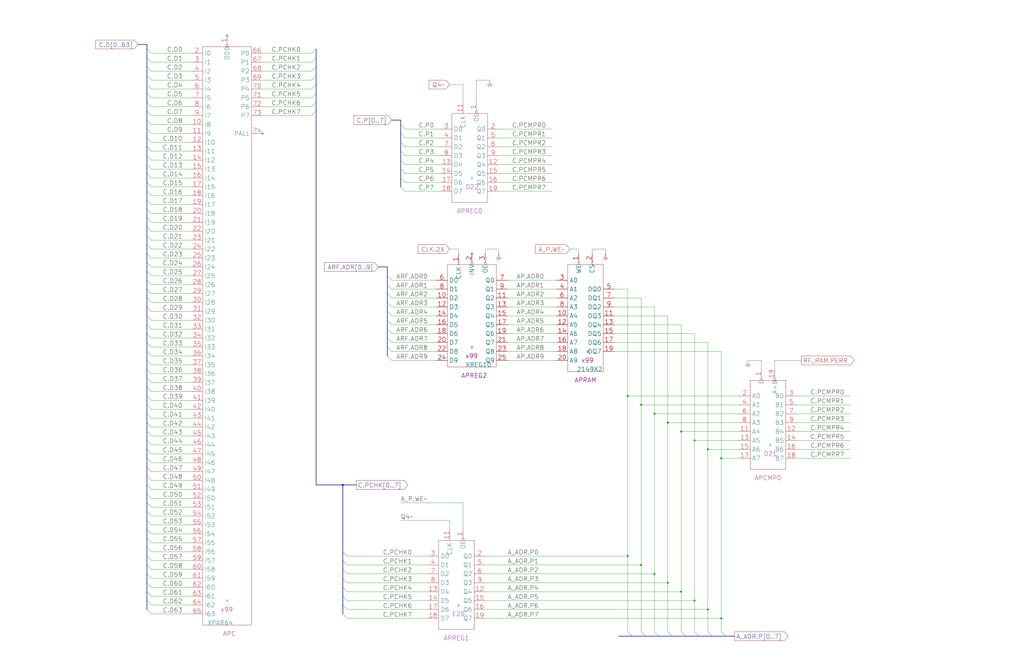
<source format=kicad_sch>
(kicad_sch (version 20220404) (generator eeschema)
  (paper "User" 584.2 378.46)
  (title_block (title "REGISTER FILE A PARITY") (date "15-MAR-90") (rev "1.0") (comment 1 "TYPE") (comment 2 "232-003062") (comment 3 "S400") (comment 4 "RELEASED"))
  (lib_symbols
    (symbol "r1000:2149X2" (pin_names (offset 1.016))
      (property "Reference" "U" (at 2.54 5.08 0))
      (property "Value" "2149X2" (at -3.81 -5.08 0))
      (property "Location" "___" (at -1.27 0 0))
      (property "Name" "______" (at 1.27 -12.7 0))
      (symbol "2149X2_1_1"
        (rectangle (start -8.89 54.61) (end 11.43 -6.35))
        (circle (center -2.54 55.245) (radius 0.635))
        (circle (center 5.08 55.245) (radius 0.635))
        (pin input line (at -2.54 60.96 270) (length 5.08) (name "WE") (number "1"))
        (pin input line (at -15.24 25.4 0) (length 6.35) (name "A4") (number "10"))
        (pin bidirectional line (at 17.78 25.4 180) (length 6.35) (name "DQ3") (number "11"))
        (pin input line (at -15.24 20.32 0) (length 6.35) (name "A5") (number "12"))
        (pin bidirectional line (at 17.78 20.32 180) (length 6.35) (name "DQ4") (number "13"))
        (pin input line (at -15.24 15.24 0) (length 6.35) (name "A6") (number "14"))
        (pin bidirectional line (at 17.78 15.24 180) (length 6.35) (name "DQ5") (number "15"))
        (pin input line (at -15.24 10.16 0) (length 6.35) (name "A7") (number "16"))
        (pin bidirectional line (at 17.78 10.16 180) (length 6.35) (name "DQ6") (number "17"))
        (pin input line (at -15.24 5.08 0) (length 6.35) (name "A8") (number "18"))
        (pin bidirectional line (at 17.78 5.08 180) (length 6.35) (name "DQ7") (number "19"))
        (pin input line (at 5.08 60.96 270) (length 5.08) (name "CS") (number "2"))
        (pin input line (at -15.24 0 0) (length 6.35) (name "A9") (number "20"))
        (pin input line (at -15.24 45.72 0) (length 6.35) (name "A0") (number "3"))
        (pin input line (at -15.24 40.64 0) (length 6.35) (name "A1") (number "4"))
        (pin bidirectional line (at 17.78 40.64 180) (length 6.35) (name "DQ0") (number "5"))
        (pin input line (at -15.24 35.56 0) (length 6.35) (name "A2") (number "6"))
        (pin bidirectional line (at 17.78 35.56 180) (length 6.35) (name "DQ1") (number "7"))
        (pin input line (at -15.24 30.48 0) (length 6.35) (name "A3") (number "8"))
        (pin bidirectional line (at 17.78 30.48 180) (length 6.35) (name "DQ2") (number "9"))
      )
    )
    (symbol "r1000:F374" (pin_names (offset 1.016))
      (property "Reference" "U" (at 2.54 5.08 0))
      (property "Value" "F374" (at -3.81 -7.62 0))
      (property "Location" "___" (at -1.27 0 0))
      (property "Name" "______" (at 1.27 -15.24 0))
      (symbol "F374_1_1"
        (rectangle (start -8.89 41.91) (end 11.43 -8.89))
        (circle (center 5.08 42.545) (radius 0.635))
        (pin input line (at 5.08 48.26 270) (length 5.08) (name "OE") (number "1"))
        (pin input line (at -2.54 48.26 270) (length 6.35) (name "CLK") (number "11"))
        (pin tri_state line (at 17.78 12.7 180) (length 6.35) (name "Q4") (number "12"))
        (pin input line (at -15.24 12.7 0) (length 6.35) (name "D4") (number "13"))
        (pin input line (at -15.24 7.62 0) (length 6.35) (name "D5") (number "14"))
        (pin tri_state line (at 17.78 7.62 180) (length 6.35) (name "Q5") (number "15"))
        (pin tri_state line (at 17.78 2.54 180) (length 6.35) (name "Q6") (number "16"))
        (pin input line (at -15.24 2.54 0) (length 6.35) (name "D6") (number "17"))
        (pin input line (at -15.24 -2.54 0) (length 6.35) (name "D7") (number "18"))
        (pin tri_state line (at 17.78 -2.54 180) (length 6.35) (name "Q7") (number "19"))
        (pin tri_state line (at 17.78 33.02 180) (length 6.35) (name "Q0") (number "2"))
        (pin input line (at -15.24 33.02 0) (length 6.35) (name "D0") (number "3"))
        (pin input line (at -15.24 27.94 0) (length 6.35) (name "D1") (number "4"))
        (pin tri_state line (at 17.78 27.94 180) (length 6.35) (name "Q1") (number "5"))
        (pin tri_state line (at 17.78 22.86 180) (length 6.35) (name "Q2") (number "6"))
        (pin input line (at -15.24 22.86 0) (length 6.35) (name "D2") (number "7"))
        (pin input line (at -15.24 17.78 0) (length 6.35) (name "D3") (number "8"))
        (pin tri_state line (at 17.78 17.78 180) (length 6.35) (name "Q3") (number "9"))
      )
    )
    (symbol "r1000:F521" (pin_names (offset 1.016))
      (property "Reference" "U" (at 2.54 5.08 0))
      (property "Value" "F521" (at -3.81 -7.62 0))
      (property "Location" "___" (at -1.27 0 0))
      (property "Name" "______" (at 1.27 -15.24 0))
      (symbol "F521_1_1"
        (rectangle (start -8.89 41.91) (end 11.43 -8.89))
        (circle (center -2.54 42.545) (radius 0.635))
        (circle (center 5.08 42.545) (radius 0.635))
        (pin input line (at -2.54 48.26 270) (length 5.08) (name "E") (number "1"))
        (pin input line (at -15.24 12.7 0) (length 6.35) (name "A4") (number "11"))
        (pin input line (at 17.78 12.7 180) (length 6.35) (name "B4") (number "12"))
        (pin input line (at -15.24 7.62 0) (length 6.35) (name "A5") (number "13"))
        (pin input line (at 17.78 7.62 180) (length 6.35) (name "B5") (number "14"))
        (pin input line (at -15.24 2.54 0) (length 6.35) (name "A6") (number "15"))
        (pin input line (at 17.78 2.54 180) (length 6.35) (name "B6") (number "16"))
        (pin input line (at -15.24 -2.54 0) (length 6.35) (name "A7") (number "17"))
        (pin input line (at 17.78 -2.54 180) (length 6.35) (name "B7") (number "18"))
        (pin output line (at 5.08 48.26 270) (length 5.08) (name "A=B") (number "19"))
        (pin input line (at -15.24 33.02 0) (length 6.35) (name "A0") (number "2"))
        (pin input line (at 17.78 33.02 180) (length 6.35) (name "B0") (number "3"))
        (pin input line (at -15.24 27.94 0) (length 6.35) (name "A1") (number "4"))
        (pin input line (at 17.78 27.94 180) (length 6.35) (name "B1") (number "5"))
        (pin input line (at -15.24 22.86 0) (length 6.35) (name "A2") (number "6"))
        (pin input line (at 17.78 22.86 180) (length 6.35) (name "B2") (number "7"))
        (pin input line (at -15.24 17.78 0) (length 6.35) (name "A3") (number "8"))
        (pin input line (at 17.78 17.78 180) (length 6.35) (name "B3") (number "9"))
      )
    )
    (symbol "r1000:PD" (power) (pin_numbers hide) (pin_names hide) (in_bom no)
      (symbol "PD_0_1"
        (polyline (pts (xy 0 -2.54) (xy 1.27 -2.54) (xy 0 -3.81) (xy -1.27 -2.54) (xy 0 -2.54)) (stroke (width 0.1524)))
      )
      (symbol "PD_1_1"
        (pin power_in line (at 0 0 270) (length 2.54) (name "PD") (number "1"))
      )
    )
    (symbol "r1000:XPAR64" (pin_names (offset 1.016))
      (property "Reference" "U" (at 2.54 5.08 0))
      (property "Value" "XPAR64" (at -8.89 -7.62 0))
      (property "Location" "___" (at -1.27 0 0))
      (property "Name" "______" (at 3.81 -15.24 0))
      (symbol "XPAR64_1_1"
        (rectangle (start -11.43 321.31) (end 16.51 -8.89))
        (circle (center 2.54 321.945) (radius 0.635))
        (pin input line (at 2.54 327.66 270) (length 5.08) (name "ODD") (number "1"))
        (pin input line (at -17.78 276.86 0) (length 6.35) (name "I8") (number "10"))
        (pin input line (at -17.78 271.78 0) (length 6.35) (name "I9") (number "11"))
        (pin input line (at -17.78 266.7 0) (length 6.35) (name "I10") (number "12"))
        (pin input line (at -17.78 261.62 0) (length 6.35) (name "I11") (number "13"))
        (pin input line (at -17.78 256.54 0) (length 6.35) (name "I12") (number "14"))
        (pin input line (at -17.78 251.46 0) (length 6.35) (name "I13") (number "15"))
        (pin input line (at -17.78 246.38 0) (length 6.35) (name "I14") (number "16"))
        (pin input line (at -17.78 241.3 0) (length 6.35) (name "I15") (number "17"))
        (pin input line (at -17.78 236.22 0) (length 6.35) (name "I16") (number "18"))
        (pin input line (at -17.78 231.14 0) (length 6.35) (name "I17") (number "19"))
        (pin input line (at -17.78 317.5 0) (length 6.35) (name "I0") (number "2"))
        (pin input line (at -17.78 226.06 0) (length 6.35) (name "I18") (number "20"))
        (pin input line (at -17.78 220.98 0) (length 6.35) (name "I19") (number "21"))
        (pin input line (at -17.78 215.9 0) (length 6.35) (name "I20") (number "22"))
        (pin input line (at -17.78 210.82 0) (length 6.35) (name "I21") (number "23"))
        (pin input line (at -17.78 205.74 0) (length 6.35) (name "I22") (number "24"))
        (pin input line (at -17.78 200.66 0) (length 6.35) (name "I23") (number "25"))
        (pin input line (at -17.78 195.58 0) (length 6.35) (name "I24") (number "26"))
        (pin input line (at -17.78 190.5 0) (length 6.35) (name "I25") (number "27"))
        (pin input line (at -17.78 185.42 0) (length 6.35) (name "I26") (number "28"))
        (pin input line (at -17.78 180.34 0) (length 6.35) (name "I27") (number "29"))
        (pin input line (at -17.78 312.42 0) (length 6.35) (name "I1") (number "3"))
        (pin input line (at -17.78 175.26 0) (length 6.35) (name "I28") (number "30"))
        (pin input line (at -17.78 170.18 0) (length 6.35) (name "I29") (number "31"))
        (pin input line (at -17.78 165.1 0) (length 6.35) (name "I30") (number "32"))
        (pin input line (at -17.78 160.02 0) (length 6.35) (name "I31") (number "33"))
        (pin input line (at -17.78 154.94 0) (length 6.35) (name "I32") (number "34"))
        (pin input line (at -17.78 149.86 0) (length 6.35) (name "I33") (number "35"))
        (pin input line (at -17.78 144.78 0) (length 6.35) (name "I34") (number "36"))
        (pin input line (at -17.78 139.7 0) (length 6.35) (name "I35") (number "37"))
        (pin input line (at -17.78 134.62 0) (length 6.35) (name "I36") (number "38"))
        (pin input line (at -17.78 129.54 0) (length 6.35) (name "I37") (number "39"))
        (pin input line (at -17.78 307.34 0) (length 6.35) (name "I2") (number "4"))
        (pin input line (at -17.78 124.46 0) (length 6.35) (name "I38") (number "40"))
        (pin input line (at -17.78 119.38 0) (length 6.35) (name "I39") (number "41"))
        (pin input line (at -17.78 114.3 0) (length 6.35) (name "I40") (number "42"))
        (pin input line (at -17.78 109.22 0) (length 6.35) (name "I41") (number "43"))
        (pin input line (at -17.78 104.14 0) (length 6.35) (name "I42") (number "44"))
        (pin input line (at -17.78 99.06 0) (length 6.35) (name "I43") (number "45"))
        (pin input line (at -17.78 93.98 0) (length 6.35) (name "I44") (number "46"))
        (pin input line (at -17.78 88.9 0) (length 6.35) (name "I45") (number "47"))
        (pin input line (at -17.78 83.82 0) (length 6.35) (name "I46") (number "48"))
        (pin input line (at -17.78 78.74 0) (length 6.35) (name "I47") (number "49"))
        (pin input line (at -17.78 302.26 0) (length 6.35) (name "I3") (number "5"))
        (pin input line (at -17.78 73.66 0) (length 6.35) (name "I48") (number "50"))
        (pin input line (at -17.78 68.58 0) (length 6.35) (name "I49") (number "51"))
        (pin input line (at -17.78 63.5 0) (length 6.35) (name "I50") (number "52"))
        (pin input line (at -17.78 58.42 0) (length 6.35) (name "I51") (number "53"))
        (pin input line (at -17.78 53.34 0) (length 6.35) (name "I52") (number "54"))
        (pin input line (at -17.78 48.26 0) (length 6.35) (name "I53") (number "55"))
        (pin input line (at -17.78 43.18 0) (length 6.35) (name "I54") (number "56"))
        (pin input line (at -17.78 38.1 0) (length 6.35) (name "I55") (number "57"))
        (pin input line (at -17.78 33.02 0) (length 6.35) (name "I56") (number "58"))
        (pin input line (at -17.78 27.94 0) (length 6.35) (name "I57") (number "59"))
        (pin input line (at -17.78 297.18 0) (length 6.35) (name "I4") (number "6"))
        (pin input line (at -17.78 22.86 0) (length 6.35) (name "I58") (number "60"))
        (pin input line (at -17.78 17.78 0) (length 6.35) (name "I59") (number "61"))
        (pin input line (at -17.78 12.7 0) (length 6.35) (name "I60") (number "62"))
        (pin input line (at -17.78 7.62 0) (length 6.35) (name "I61") (number "63"))
        (pin input line (at -17.78 2.54 0) (length 6.35) (name "I62") (number "64"))
        (pin input line (at -17.78 -2.54 0) (length 6.35) (name "I63") (number "65"))
        (pin output line (at 22.86 317.5 180) (length 6.35) (name "P0") (number "66"))
        (pin output line (at 22.86 312.42 180) (length 6.35) (name "P1") (number "67"))
        (pin output line (at 22.86 307.34 180) (length 6.35) (name "P2") (number "68"))
        (pin output line (at 22.86 302.26 180) (length 6.35) (name "P3") (number "69"))
        (pin input line (at -17.78 292.1 0) (length 6.35) (name "I5") (number "7"))
        (pin output line (at 22.86 297.18 180) (length 6.35) (name "P4") (number "70"))
        (pin output line (at 22.86 292.1 180) (length 6.35) (name "P5") (number "71"))
        (pin output line (at 22.86 287.02 180) (length 6.35) (name "P6") (number "72"))
        (pin output line (at 22.86 281.94 180) (length 6.35) (name "P7") (number "73"))
        (pin output line (at 22.86 271.78 180) (length 6.35) (name "PALL") (number "74"))
        (pin input line (at -17.78 287.02 0) (length 6.35) (name "I6") (number "8"))
        (pin input line (at -17.78 281.94 0) (length 6.35) (name "I7") (number "9"))
      )
    )
    (symbol "r1000:XREG10" (pin_names (offset 1.016))
      (property "Reference" "U" (at 2.54 5.08 0))
      (property "Value" "XREG10" (at -1.27 -5.08 0))
      (property "Location" "___" (at -1.27 0 0))
      (property "Name" "______" (at 3.81 -12.7 0))
      (symbol "XREG10_1_1"
        (rectangle (start -11.43 52.07) (end 16.51 -6.35))
        (circle (center 2.54 52.705) (radius 0.635))
        (circle (center 10.16 52.705) (radius 0.635))
        (pin input line (at -5.08 58.42 270) (length 6.35) (name "CLK") (number "1"))
        (pin input line (at -17.78 33.02 0) (length 6.35) (name "D2") (number "10"))
        (pin tri_state line (at 22.86 33.02 180) (length 6.35) (name "Q2") (number "11"))
        (pin input line (at -17.78 27.94 0) (length 6.35) (name "D3") (number "12"))
        (pin tri_state line (at 22.86 27.94 180) (length 6.35) (name "Q3") (number "13"))
        (pin input line (at -17.78 22.86 0) (length 6.35) (name "D4") (number "14"))
        (pin tri_state line (at 22.86 22.86 180) (length 6.35) (name "Q4") (number "15"))
        (pin input line (at -17.78 17.78 0) (length 6.35) (name "D5") (number "16"))
        (pin tri_state line (at 22.86 17.78 180) (length 6.35) (name "Q5") (number "17"))
        (pin input line (at -17.78 12.7 0) (length 6.35) (name "D6") (number "18"))
        (pin tri_state line (at 22.86 12.7 180) (length 6.35) (name "Q6") (number "19"))
        (pin input line (at 2.54 58.42 270) (length 5.08) (name "INV") (number "2"))
        (pin input line (at -17.78 7.62 0) (length 6.35) (name "D7") (number "20"))
        (pin tri_state line (at 22.86 7.62 180) (length 6.35) (name "Q7") (number "21"))
        (pin input line (at -17.78 2.54 0) (length 6.35) (name "D8") (number "22"))
        (pin tri_state line (at 22.86 2.54 180) (length 6.35) (name "Q8") (number "23"))
        (pin input line (at -17.78 -2.54 0) (length 6.35) (name "D9") (number "24"))
        (pin tri_state line (at 22.86 -2.54 180) (length 6.35) (name "Q9") (number "25"))
        (pin input line (at 10.16 58.42 270) (length 5.08) (name "OE") (number "3"))
        (pin input line (at -17.78 43.18 0) (length 6.35) (name "D0") (number "6"))
        (pin tri_state line (at 22.86 43.18 180) (length 6.35) (name "Q0") (number "7"))
        (pin input line (at -17.78 38.1 0) (length 6.35) (name "D1") (number "8"))
        (pin tri_state line (at 22.86 38.1 180) (length 6.35) (name "Q1") (number "9"))
      )
    )
  )
  (junction (at 381 241.3))
  (junction (at 411.48 261.62))
  (junction (at 388.62 246.38))
  (junction (at 365.76 231.14))
  (junction (at 365.76 322.58))
  (junction (at 195.58 276.86))
  (junction (at 373.38 327.66))
  (junction (at 403.86 256.54))
  (junction (at 411.48 353.06))
  (junction (at 388.62 337.82))
  (junction (at 403.86 347.98))
  (junction (at 381 332.74))
  (junction (at 396.24 342.9))
  (junction (at 358.14 317.5))
  (junction (at 358.14 226.06))
  (junction (at 373.38 236.22))
  (junction (at 396.24 251.46))
  (no_connect (at 149.86 76.2))
  (no_connect (at 129.54 20.32))
  (no_connect (at 269.24 144.78))
  (bus_entry (at 83.82 134.62) (size 2.54 2.54))
  (bus_entry (at 228.6 96.52) (size 2.54 2.54))
  (bus_entry (at 83.82 88.9) (size 2.54 2.54))
  (bus_entry (at 180.34 48.26) (size -2.54 2.54))
  (bus_entry (at 228.6 81.28) (size 2.54 2.54))
  (bus_entry (at 220.98 157.48) (size 2.54 2.54))
  (bus_entry (at 180.34 27.94) (size -2.54 2.54))
  (bus_entry (at 83.82 246.38) (size 2.54 2.54))
  (bus_entry (at 83.82 83.82) (size 2.54 2.54))
  (bus_entry (at 228.6 86.36) (size 2.54 2.54))
  (bus_entry (at 228.6 106.68) (size 2.54 2.54))
  (bus_entry (at 228.6 101.6) (size 2.54 2.54))
  (bus_entry (at 83.82 63.5) (size 2.54 2.54))
  (bus_entry (at 220.98 182.88) (size 2.54 2.54))
  (bus_entry (at 83.82 276.86) (size 2.54 2.54))
  (bus_entry (at 220.98 162.56) (size 2.54 2.54))
  (bus_entry (at 83.82 200.66) (size 2.54 2.54))
  (bus_entry (at 83.82 149.86) (size 2.54 2.54))
  (bus_entry (at 228.6 91.44) (size 2.54 2.54))
  (bus_entry (at 388.62 360.68) (size 2.54 2.54))
  (bus_entry (at 83.82 38.1) (size 2.54 2.54))
  (bus_entry (at 83.82 266.7) (size 2.54 2.54))
  (bus_entry (at 83.82 210.82) (size 2.54 2.54))
  (bus_entry (at 83.82 73.66) (size 2.54 2.54))
  (bus_entry (at 180.34 58.42) (size -2.54 2.54))
  (bus_entry (at 195.58 335.28) (size 2.54 2.54))
  (bus_entry (at 373.38 360.68) (size 2.54 2.54))
  (bus_entry (at 180.34 63.5) (size -2.54 2.54))
  (bus_entry (at 83.82 241.3) (size 2.54 2.54))
  (bus_entry (at 195.58 350.52) (size 2.54 2.54))
  (bus_entry (at 381 360.68) (size 2.54 2.54))
  (bus_entry (at 220.98 187.96) (size 2.54 2.54))
  (bus_entry (at 83.82 114.3) (size 2.54 2.54))
  (bus_entry (at 83.82 139.7) (size 2.54 2.54))
  (bus_entry (at 180.34 33.02) (size -2.54 2.54))
  (bus_entry (at 220.98 203.2) (size 2.54 2.54))
  (bus_entry (at 83.82 185.42) (size 2.54 2.54))
  (bus_entry (at 83.82 236.22) (size 2.54 2.54))
  (bus_entry (at 83.82 307.34) (size 2.54 2.54))
  (bus_entry (at 83.82 337.82) (size 2.54 2.54))
  (bus_entry (at 180.34 53.34) (size -2.54 2.54))
  (bus_entry (at 220.98 193.04) (size 2.54 2.54))
  (bus_entry (at 83.82 48.26) (size 2.54 2.54))
  (bus_entry (at 195.58 340.36) (size 2.54 2.54))
  (bus_entry (at 83.82 68.58) (size 2.54 2.54))
  (bus_entry (at 83.82 256.54) (size 2.54 2.54))
  (bus_entry (at 83.82 170.18) (size 2.54 2.54))
  (bus_entry (at 83.82 175.26) (size 2.54 2.54))
  (bus_entry (at 83.82 342.9) (size 2.54 2.54))
  (bus_entry (at 228.6 76.2) (size 2.54 2.54))
  (bus_entry (at 195.58 330.2) (size 2.54 2.54))
  (bus_entry (at 180.34 43.18) (size -2.54 2.54))
  (bus_entry (at 83.82 271.78) (size 2.54 2.54))
  (bus_entry (at 358.14 360.68) (size 2.54 2.54))
  (bus_entry (at 411.48 360.68) (size 2.54 2.54))
  (bus_entry (at 83.82 99.06) (size 2.54 2.54))
  (bus_entry (at 83.82 129.54) (size 2.54 2.54))
  (bus_entry (at 220.98 198.12) (size 2.54 2.54))
  (bus_entry (at 83.82 297.18) (size 2.54 2.54))
  (bus_entry (at 83.82 317.5) (size 2.54 2.54))
  (bus_entry (at 220.98 167.64) (size 2.54 2.54))
  (bus_entry (at 83.82 220.98) (size 2.54 2.54))
  (bus_entry (at 195.58 314.96) (size 2.54 2.54))
  (bus_entry (at 83.82 53.34) (size 2.54 2.54))
  (bus_entry (at 83.82 327.66) (size 2.54 2.54))
  (bus_entry (at 83.82 78.74) (size 2.54 2.54))
  (bus_entry (at 83.82 302.26) (size 2.54 2.54))
  (bus_entry (at 83.82 119.38) (size 2.54 2.54))
  (bus_entry (at 228.6 71.12) (size 2.54 2.54))
  (bus_entry (at 83.82 215.9) (size 2.54 2.54))
  (bus_entry (at 195.58 345.44) (size 2.54 2.54))
  (bus_entry (at 83.82 292.1) (size 2.54 2.54))
  (bus_entry (at 83.82 58.42) (size 2.54 2.54))
  (bus_entry (at 396.24 360.68) (size 2.54 2.54))
  (bus_entry (at 365.76 360.68) (size 2.54 2.54))
  (bus_entry (at 83.82 205.74) (size 2.54 2.54))
  (bus_entry (at 83.82 281.94) (size 2.54 2.54))
  (bus_entry (at 83.82 287.02) (size 2.54 2.54))
  (bus_entry (at 83.82 154.94) (size 2.54 2.54))
  (bus_entry (at 83.82 312.42) (size 2.54 2.54))
  (bus_entry (at 83.82 231.14) (size 2.54 2.54))
  (bus_entry (at 83.82 322.58) (size 2.54 2.54))
  (bus_entry (at 195.58 320.04) (size 2.54 2.54))
  (bus_entry (at 83.82 27.94) (size 2.54 2.54))
  (bus_entry (at 83.82 93.98) (size 2.54 2.54))
  (bus_entry (at 83.82 195.58) (size 2.54 2.54))
  (bus_entry (at 403.86 360.68) (size 2.54 2.54))
  (bus_entry (at 83.82 251.46) (size 2.54 2.54))
  (bus_entry (at 83.82 160.02) (size 2.54 2.54))
  (bus_entry (at 83.82 261.62) (size 2.54 2.54))
  (bus_entry (at 83.82 144.78) (size 2.54 2.54))
  (bus_entry (at 83.82 226.06) (size 2.54 2.54))
  (bus_entry (at 83.82 190.5) (size 2.54 2.54))
  (bus_entry (at 83.82 43.18) (size 2.54 2.54))
  (bus_entry (at 180.34 38.1) (size -2.54 2.54))
  (bus_entry (at 195.58 325.12) (size 2.54 2.54))
  (bus_entry (at 83.82 109.22) (size 2.54 2.54))
  (bus_entry (at 83.82 124.46) (size 2.54 2.54))
  (bus_entry (at 220.98 177.8) (size 2.54 2.54))
  (bus_entry (at 83.82 180.34) (size 2.54 2.54))
  (bus_entry (at 220.98 172.72) (size 2.54 2.54))
  (bus_entry (at 83.82 165.1) (size 2.54 2.54))
  (bus_entry (at 83.82 332.74) (size 2.54 2.54))
  (bus_entry (at 83.82 347.98) (size 2.54 2.54))
  (bus_entry (at 83.82 104.14) (size 2.54 2.54))
  (bus_entry (at 83.82 33.02) (size 2.54 2.54))
  (bus (pts (xy 83.82 236.22) (xy 83.82 241.3)))
  (wire (pts (xy 276.86 342.9) (xy 396.24 342.9)))
  (wire (pts (xy 261.62 142.24) (xy 261.62 144.78)))
  (wire (pts (xy 284.48 93.98) (xy 314.96 93.98)))
  (bus (pts (xy 83.82 220.98) (xy 83.82 226.06)))
  (wire (pts (xy 109.22 213.36) (xy 86.36 213.36)))
  (wire (pts (xy 284.48 88.9) (xy 314.96 88.9)))
  (wire (pts (xy 109.22 55.88) (xy 86.36 55.88)))
  (wire (pts (xy 109.22 259.08) (xy 86.36 259.08)))
  (wire (pts (xy 109.22 132.08) (xy 86.36 132.08)))
  (wire (pts (xy 109.22 309.88) (xy 86.36 309.88)))
  (wire (pts (xy 381 332.74) (xy 381 360.68)))
  (bus (pts (xy 83.82 195.58) (xy 83.82 200.66)))
  (bus (pts (xy 368.3 363.22) (xy 375.92 363.22)))
  (wire (pts (xy 109.22 106.68) (xy 86.36 106.68)))
  (wire (pts (xy 396.24 251.46) (xy 396.24 342.9)))
  (bus (pts (xy 83.82 119.38) (xy 83.82 124.46)))
  (bus (pts (xy 83.82 312.42) (xy 83.82 317.5)))
  (wire (pts (xy 381 241.3) (xy 381 332.74)))
  (wire (pts (xy 289.56 170.18) (xy 317.5 170.18)))
  (bus (pts (xy 83.82 134.62) (xy 83.82 139.7)))
  (wire (pts (xy 231.14 73.66) (xy 251.46 73.66)))
  (bus (pts (xy 83.82 165.1) (xy 83.82 170.18)))
  (bus (pts (xy 180.34 58.42) (xy 180.34 63.5)))
  (wire (pts (xy 109.22 121.92) (xy 86.36 121.92)))
  (wire (pts (xy 109.22 177.8) (xy 86.36 177.8)))
  (bus (pts (xy 83.82 63.5) (xy 83.82 68.58)))
  (wire (pts (xy 109.22 111.76) (xy 86.36 111.76)))
  (wire (pts (xy 454.66 236.22) (xy 485.14 236.22)))
  (wire (pts (xy 177.8 55.88) (xy 149.86 55.88)))
  (wire (pts (xy 109.22 193.04) (xy 86.36 193.04)))
  (wire (pts (xy 279.4 45.72) (xy 271.78 45.72)))
  (bus (pts (xy 180.34 43.18) (xy 180.34 48.26)))
  (bus (pts (xy 83.82 215.9) (xy 83.82 220.98)))
  (wire (pts (xy 109.22 96.52) (xy 86.36 96.52)))
  (wire (pts (xy 276.86 142.24) (xy 276.86 144.78)))
  (wire (pts (xy 256.54 302.26) (xy 256.54 297.18)))
  (wire (pts (xy 330.2 144.78) (xy 330.2 142.24)))
  (bus (pts (xy 83.82 190.5) (xy 83.82 195.58)))
  (wire (pts (xy 177.8 50.8) (xy 149.86 50.8)))
  (bus (pts (xy 375.92 363.22) (xy 383.54 363.22)))
  (wire (pts (xy 109.22 167.64) (xy 86.36 167.64)))
  (bus (pts (xy 228.6 91.44) (xy 228.6 96.52)))
  (bus (pts (xy 180.34 48.26) (xy 180.34 53.34)))
  (wire (pts (xy 109.22 208.28) (xy 86.36 208.28)))
  (bus (pts (xy 83.82 149.86) (xy 83.82 154.94)))
  (wire (pts (xy 177.8 45.72) (xy 149.86 45.72)))
  (wire (pts (xy 276.86 142.24) (xy 284.48 142.24)))
  (wire (pts (xy 411.48 353.06) (xy 411.48 360.68)))
  (wire (pts (xy 198.12 347.98) (xy 243.84 347.98)))
  (bus (pts (xy 228.6 101.6) (xy 228.6 106.68)))
  (wire (pts (xy 109.22 66.04) (xy 86.36 66.04)))
  (wire (pts (xy 454.66 231.14) (xy 485.14 231.14)))
  (bus (pts (xy 83.82 210.82) (xy 83.82 215.9)))
  (bus (pts (xy 391.16 363.22) (xy 398.78 363.22)))
  (bus (pts (xy 83.82 231.14) (xy 83.82 236.22)))
  (bus (pts (xy 83.82 38.1) (xy 83.82 43.18)))
  (wire (pts (xy 256.54 142.24) (xy 261.62 142.24)))
  (bus (pts (xy 83.82 271.78) (xy 83.82 276.86)))
  (bus (pts (xy 353.06 363.22) (xy 360.68 363.22)))
  (wire (pts (xy 109.22 325.12) (xy 86.36 325.12)))
  (bus (pts (xy 83.82 144.78) (xy 83.82 149.86)))
  (wire (pts (xy 358.14 226.06) (xy 421.64 226.06)))
  (bus (pts (xy 83.82 256.54) (xy 83.82 261.62)))
  (wire (pts (xy 289.56 160.02) (xy 317.5 160.02)))
  (wire (pts (xy 223.52 170.18) (xy 248.92 170.18)))
  (wire (pts (xy 109.22 35.56) (xy 86.36 35.56)))
  (bus (pts (xy 83.82 27.94) (xy 83.82 33.02)))
  (wire (pts (xy 264.16 58.42) (xy 264.16 48.26)))
  (bus (pts (xy 220.98 182.88) (xy 220.98 187.96)))
  (wire (pts (xy 337.82 142.24) (xy 345.44 142.24)))
  (wire (pts (xy 350.52 170.18) (xy 365.76 170.18)))
  (bus (pts (xy 180.34 38.1) (xy 180.34 43.18)))
  (bus (pts (xy 83.82 251.46) (xy 83.82 256.54)))
  (wire (pts (xy 109.22 345.44) (xy 86.36 345.44)))
  (bus (pts (xy 83.82 302.26) (xy 83.82 307.34)))
  (bus (pts (xy 83.82 266.7) (xy 83.82 271.78)))
  (bus (pts (xy 83.82 53.34) (xy 83.82 58.42)))
  (wire (pts (xy 256.54 297.18) (xy 228.6 297.18)))
  (wire (pts (xy 109.22 127) (xy 86.36 127)))
  (bus (pts (xy 83.82 104.14) (xy 83.82 109.22)))
  (bus (pts (xy 83.82 281.94) (xy 83.82 287.02)))
  (wire (pts (xy 177.8 35.56) (xy 149.86 35.56)))
  (wire (pts (xy 289.56 175.26) (xy 317.5 175.26)))
  (wire (pts (xy 388.62 246.38) (xy 388.62 337.82)))
  (wire (pts (xy 109.22 203.2) (xy 86.36 203.2)))
  (wire (pts (xy 454.66 241.3) (xy 485.14 241.3)))
  (bus (pts (xy 83.82 68.58) (xy 83.82 73.66)))
  (bus (pts (xy 83.82 337.82) (xy 83.82 342.9)))
  (wire (pts (xy 231.14 93.98) (xy 251.46 93.98)))
  (wire (pts (xy 231.14 88.9) (xy 251.46 88.9)))
  (bus (pts (xy 83.82 93.98) (xy 83.82 99.06)))
  (wire (pts (xy 109.22 274.32) (xy 86.36 274.32)))
  (bus (pts (xy 220.98 193.04) (xy 220.98 198.12)))
  (bus (pts (xy 83.82 139.7) (xy 83.82 144.78)))
  (wire (pts (xy 198.12 322.58) (xy 243.84 322.58)))
  (bus (pts (xy 83.82 261.62) (xy 83.82 266.7)))
  (wire (pts (xy 223.52 180.34) (xy 248.92 180.34)))
  (bus (pts (xy 228.6 96.52) (xy 228.6 101.6)))
  (wire (pts (xy 454.66 256.54) (xy 485.14 256.54)))
  (wire (pts (xy 109.22 71.12) (xy 86.36 71.12)))
  (bus (pts (xy 220.98 187.96) (xy 220.98 193.04)))
  (wire (pts (xy 289.56 165.1) (xy 317.5 165.1)))
  (wire (pts (xy 109.22 289.56) (xy 86.36 289.56)))
  (wire (pts (xy 109.22 294.64) (xy 86.36 294.64)))
  (wire (pts (xy 289.56 200.66) (xy 317.5 200.66)))
  (wire (pts (xy 198.12 332.74) (xy 243.84 332.74)))
  (wire (pts (xy 223.52 200.66) (xy 248.92 200.66)))
  (wire (pts (xy 109.22 182.88) (xy 86.36 182.88)))
  (wire (pts (xy 276.86 353.06) (xy 411.48 353.06)))
  (wire (pts (xy 109.22 198.12) (xy 86.36 198.12)))
  (bus (pts (xy 83.82 292.1) (xy 83.82 297.18)))
  (wire (pts (xy 373.38 327.66) (xy 373.38 360.68)))
  (wire (pts (xy 350.52 195.58) (xy 403.86 195.58)))
  (wire (pts (xy 381 180.34) (xy 381 241.3)))
  (bus (pts (xy 220.98 167.64) (xy 220.98 172.72)))
  (bus (pts (xy 83.82 170.18) (xy 83.82 175.26)))
  (wire (pts (xy 198.12 327.66) (xy 243.84 327.66)))
  (wire (pts (xy 276.86 322.58) (xy 365.76 322.58)))
  (bus (pts (xy 220.98 157.48) (xy 220.98 162.56)))
  (wire (pts (xy 284.48 78.74) (xy 314.96 78.74)))
  (bus (pts (xy 83.82 226.06) (xy 83.82 231.14)))
  (wire (pts (xy 358.14 226.06) (xy 358.14 317.5)))
  (wire (pts (xy 365.76 170.18) (xy 365.76 231.14)))
  (wire (pts (xy 289.56 190.5) (xy 317.5 190.5)))
  (wire (pts (xy 109.22 60.96) (xy 86.36 60.96)))
  (wire (pts (xy 289.56 205.74) (xy 317.5 205.74)))
  (wire (pts (xy 276.86 327.66) (xy 373.38 327.66)))
  (wire (pts (xy 198.12 342.9) (xy 243.84 342.9)))
  (wire (pts (xy 109.22 137.16) (xy 86.36 137.16)))
  (bus (pts (xy 195.58 276.86) (xy 195.58 314.96)))
  (bus (pts (xy 220.98 162.56) (xy 220.98 167.64)))
  (wire (pts (xy 109.22 91.44) (xy 86.36 91.44)))
  (bus (pts (xy 228.6 76.2) (xy 228.6 81.28)))
  (bus (pts (xy 83.82 200.66) (xy 83.82 205.74)))
  (wire (pts (xy 109.22 269.24) (xy 86.36 269.24)))
  (wire (pts (xy 109.22 162.56) (xy 86.36 162.56)))
  (wire (pts (xy 284.48 142.24) (xy 284.48 144.78)))
  (wire (pts (xy 109.22 238.76) (xy 86.36 238.76)))
  (wire (pts (xy 109.22 172.72) (xy 86.36 172.72)))
  (bus (pts (xy 83.82 180.34) (xy 83.82 185.42)))
  (wire (pts (xy 454.66 226.06) (xy 485.14 226.06)))
  (wire (pts (xy 350.52 185.42) (xy 388.62 185.42)))
  (bus (pts (xy 83.82 25.4) (xy 83.82 27.94)))
  (wire (pts (xy 373.38 236.22) (xy 373.38 327.66)))
  (bus (pts (xy 83.82 342.9) (xy 83.82 347.98)))
  (bus (pts (xy 83.82 297.18) (xy 83.82 302.26)))
  (wire (pts (xy 109.22 86.36) (xy 86.36 86.36)))
  (bus (pts (xy 83.82 317.5) (xy 83.82 322.58)))
  (wire (pts (xy 284.48 109.22) (xy 314.96 109.22)))
  (wire (pts (xy 109.22 187.96) (xy 86.36 187.96)))
  (wire (pts (xy 223.52 190.5) (xy 248.92 190.5)))
  (bus (pts (xy 83.82 43.18) (xy 83.82 48.26)))
  (wire (pts (xy 403.86 195.58) (xy 403.86 256.54)))
  (wire (pts (xy 276.86 347.98) (xy 403.86 347.98)))
  (wire (pts (xy 109.22 299.72) (xy 86.36 299.72)))
  (wire (pts (xy 388.62 185.42) (xy 388.62 246.38)))
  (bus (pts (xy 228.6 86.36) (xy 228.6 91.44)))
  (wire (pts (xy 109.22 101.6) (xy 86.36 101.6)))
  (wire (pts (xy 109.22 218.44) (xy 86.36 218.44)))
  (bus (pts (xy 383.54 363.22) (xy 391.16 363.22)))
  (wire (pts (xy 441.96 205.74) (xy 457.2 205.74)))
  (wire (pts (xy 109.22 233.68) (xy 86.36 233.68)))
  (wire (pts (xy 421.64 246.38) (xy 388.62 246.38)))
  (wire (pts (xy 276.86 332.74) (xy 381 332.74)))
  (bus (pts (xy 83.82 109.22) (xy 83.82 114.3)))
  (wire (pts (xy 284.48 73.66) (xy 314.96 73.66)))
  (wire (pts (xy 109.22 279.4) (xy 86.36 279.4)))
  (wire (pts (xy 337.82 142.24) (xy 337.82 144.78)))
  (wire (pts (xy 231.14 104.14) (xy 251.46 104.14)))
  (bus (pts (xy 180.34 276.86) (xy 180.34 63.5)))
  (wire (pts (xy 350.52 190.5) (xy 396.24 190.5)))
  (wire (pts (xy 109.22 142.24) (xy 86.36 142.24)))
  (bus (pts (xy 195.58 345.44) (xy 195.58 350.52)))
  (bus (pts (xy 83.82 58.42) (xy 83.82 63.5)))
  (bus (pts (xy 220.98 172.72) (xy 220.98 177.8)))
  (bus (pts (xy 83.82 78.74) (xy 83.82 83.82)))
  (wire (pts (xy 264.16 48.26) (xy 256.54 48.26)))
  (wire (pts (xy 231.14 99.06) (xy 251.46 99.06)))
  (bus (pts (xy 195.58 330.2) (xy 195.58 335.28)))
  (bus (pts (xy 83.82 154.94) (xy 83.82 160.02)))
  (wire (pts (xy 231.14 78.74) (xy 251.46 78.74)))
  (wire (pts (xy 365.76 231.14) (xy 365.76 322.58)))
  (wire (pts (xy 109.22 147.32) (xy 86.36 147.32)))
  (wire (pts (xy 365.76 231.14) (xy 421.64 231.14)))
  (bus (pts (xy 83.82 73.66) (xy 83.82 78.74)))
  (wire (pts (xy 109.22 320.04) (xy 86.36 320.04)))
  (wire (pts (xy 365.76 322.58) (xy 365.76 360.68)))
  (bus (pts (xy 195.58 276.86) (xy 203.2 276.86)))
  (wire (pts (xy 358.14 165.1) (xy 358.14 226.06)))
  (bus (pts (xy 83.82 114.3) (xy 83.82 119.38)))
  (wire (pts (xy 289.56 180.34) (xy 317.5 180.34)))
  (bus (pts (xy 180.34 33.02) (xy 180.34 38.1)))
  (bus (pts (xy 398.78 363.22) (xy 406.4 363.22)))
  (wire (pts (xy 109.22 243.84) (xy 86.36 243.84)))
  (wire (pts (xy 421.64 261.62) (xy 411.48 261.62)))
  (bus (pts (xy 83.82 322.58) (xy 83.82 327.66)))
  (bus (pts (xy 195.58 325.12) (xy 195.58 330.2)))
  (wire (pts (xy 223.52 205.74) (xy 248.92 205.74)))
  (bus (pts (xy 83.82 48.26) (xy 83.82 53.34)))
  (bus (pts (xy 195.58 340.36) (xy 195.58 345.44)))
  (wire (pts (xy 388.62 337.82) (xy 388.62 360.68)))
  (bus (pts (xy 83.82 160.02) (xy 83.82 165.1)))
  (wire (pts (xy 396.24 190.5) (xy 396.24 251.46)))
  (wire (pts (xy 289.56 185.42) (xy 317.5 185.42)))
  (bus (pts (xy 83.82 129.54) (xy 83.82 134.62)))
  (bus (pts (xy 83.82 287.02) (xy 83.82 292.1)))
  (wire (pts (xy 109.22 248.92) (xy 86.36 248.92)))
  (wire (pts (xy 109.22 45.72) (xy 86.36 45.72)))
  (bus (pts (xy 78.74 25.4) (xy 83.82 25.4)))
  (bus (pts (xy 220.98 198.12) (xy 220.98 203.2)))
  (bus (pts (xy 414.02 363.22) (xy 419.1 363.22)))
  (wire (pts (xy 109.22 157.48) (xy 86.36 157.48)))
  (wire (pts (xy 109.22 304.8) (xy 86.36 304.8)))
  (wire (pts (xy 421.64 251.46) (xy 396.24 251.46)))
  (wire (pts (xy 396.24 342.9) (xy 396.24 360.68)))
  (bus (pts (xy 228.6 71.12) (xy 228.6 76.2)))
  (wire (pts (xy 350.52 165.1) (xy 358.14 165.1)))
  (wire (pts (xy 109.22 350.52) (xy 86.36 350.52)))
  (bus (pts (xy 83.82 83.82) (xy 83.82 88.9)))
  (bus (pts (xy 195.58 314.96) (xy 195.58 320.04)))
  (bus (pts (xy 83.82 88.9) (xy 83.82 93.98)))
  (wire (pts (xy 109.22 330.2) (xy 86.36 330.2)))
  (bus (pts (xy 228.6 81.28) (xy 228.6 86.36)))
  (wire (pts (xy 403.86 347.98) (xy 403.86 360.68)))
  (bus (pts (xy 83.82 205.74) (xy 83.82 210.82)))
  (wire (pts (xy 109.22 40.64) (xy 86.36 40.64)))
  (wire (pts (xy 109.22 81.28) (xy 86.36 81.28)))
  (wire (pts (xy 330.2 142.24) (xy 325.12 142.24)))
  (bus (pts (xy 83.82 332.74) (xy 83.82 337.82)))
  (wire (pts (xy 350.52 175.26) (xy 373.38 175.26)))
  (wire (pts (xy 441.96 210.82) (xy 441.96 205.74)))
  (bus (pts (xy 83.82 307.34) (xy 83.82 312.42)))
  (bus (pts (xy 83.82 276.86) (xy 83.82 281.94)))
  (wire (pts (xy 109.22 76.2) (xy 86.36 76.2)))
  (wire (pts (xy 403.86 256.54) (xy 403.86 347.98)))
  (bus (pts (xy 406.4 363.22) (xy 414.02 363.22)))
  (wire (pts (xy 198.12 337.82) (xy 243.84 337.82)))
  (bus (pts (xy 83.82 246.38) (xy 83.82 251.46)))
  (wire (pts (xy 109.22 314.96) (xy 86.36 314.96)))
  (bus (pts (xy 180.34 53.34) (xy 180.34 58.42)))
  (bus (pts (xy 83.82 327.66) (xy 83.82 332.74)))
  (wire (pts (xy 284.48 104.14) (xy 314.96 104.14)))
  (bus (pts (xy 195.58 276.86) (xy 180.34 276.86)))
  (wire (pts (xy 350.52 200.66) (xy 411.48 200.66)))
  (wire (pts (xy 264.16 302.26) (xy 264.16 287.02)))
  (bus (pts (xy 83.82 124.46) (xy 83.82 129.54)))
  (bus (pts (xy 83.82 175.26) (xy 83.82 180.34)))
  (wire (pts (xy 177.8 60.96) (xy 149.86 60.96)))
  (wire (pts (xy 109.22 50.8) (xy 86.36 50.8)))
  (bus (pts (xy 223.52 68.58) (xy 228.6 68.58)))
  (bus (pts (xy 215.9 152.4) (xy 220.98 152.4)))
  (wire (pts (xy 231.14 83.82) (xy 251.46 83.82)))
  (wire (pts (xy 223.52 175.26) (xy 248.92 175.26)))
  (bus (pts (xy 83.82 99.06) (xy 83.82 104.14)))
  (wire (pts (xy 177.8 30.48) (xy 149.86 30.48)))
  (wire (pts (xy 381 241.3) (xy 421.64 241.3)))
  (wire (pts (xy 350.52 180.34) (xy 381 180.34)))
  (wire (pts (xy 289.56 195.58) (xy 317.5 195.58)))
  (wire (pts (xy 198.12 353.06) (xy 243.84 353.06)))
  (wire (pts (xy 345.44 142.24) (xy 345.44 144.78)))
  (wire (pts (xy 223.52 195.58) (xy 248.92 195.58)))
  (wire (pts (xy 109.22 152.4) (xy 86.36 152.4)))
  (bus (pts (xy 220.98 177.8) (xy 220.98 182.88)))
  (wire (pts (xy 434.34 210.82) (xy 434.34 205.74)))
  (wire (pts (xy 223.52 160.02) (xy 248.92 160.02)))
  (wire (pts (xy 109.22 254) (xy 86.36 254)))
  (wire (pts (xy 109.22 264.16) (xy 86.36 264.16)))
  (wire (pts (xy 454.66 246.38) (xy 485.14 246.38)))
  (wire (pts (xy 177.8 66.04) (xy 149.86 66.04)))
  (bus (pts (xy 360.68 363.22) (xy 368.3 363.22)))
  (wire (pts (xy 109.22 116.84) (xy 86.36 116.84)))
  (bus (pts (xy 220.98 152.4) (xy 220.98 157.48)))
  (wire (pts (xy 373.38 175.26) (xy 373.38 236.22)))
  (wire (pts (xy 109.22 335.28) (xy 86.36 335.28)))
  (wire (pts (xy 109.22 284.48) (xy 86.36 284.48)))
  (wire (pts (xy 271.78 45.72) (xy 271.78 58.42)))
  (wire (pts (xy 358.14 317.5) (xy 358.14 360.68)))
  (wire (pts (xy 373.38 236.22) (xy 421.64 236.22)))
  (bus (pts (xy 195.58 335.28) (xy 195.58 340.36)))
  (wire (pts (xy 284.48 83.82) (xy 314.96 83.82)))
  (wire (pts (xy 231.14 109.22) (xy 251.46 109.22)))
  (wire (pts (xy 426.72 205.74) (xy 434.34 205.74)))
  (wire (pts (xy 454.66 251.46) (xy 485.14 251.46)))
  (wire (pts (xy 421.64 256.54) (xy 403.86 256.54)))
  (bus (pts (xy 83.82 33.02) (xy 83.82 38.1)))
  (wire (pts (xy 411.48 261.62) (xy 411.48 353.06)))
  (wire (pts (xy 411.48 200.66) (xy 411.48 261.62)))
  (wire (pts (xy 223.52 165.1) (xy 248.92 165.1)))
  (wire (pts (xy 276.86 317.5) (xy 358.14 317.5)))
  (wire (pts (xy 109.22 30.48) (xy 86.36 30.48)))
  (wire (pts (xy 109.22 228.6) (xy 86.36 228.6)))
  (bus (pts (xy 83.82 185.42) (xy 83.82 190.5)))
  (wire (pts (xy 264.16 287.02) (xy 228.6 287.02)))
  (bus (pts (xy 180.34 27.94) (xy 180.34 33.02)))
  (wire (pts (xy 276.86 337.82) (xy 388.62 337.82)))
  (wire (pts (xy 177.8 40.64) (xy 149.86 40.64)))
  (wire (pts (xy 223.52 185.42) (xy 248.92 185.42)))
  (bus (pts (xy 195.58 320.04) (xy 195.58 325.12)))
  (bus (pts (xy 83.82 241.3) (xy 83.82 246.38)))
  (wire (pts (xy 109.22 340.36) (xy 86.36 340.36)))
  (wire (pts (xy 198.12 317.5) (xy 243.84 317.5)))
  (wire (pts (xy 454.66 261.62) (xy 485.14 261.62)))
  (wire (pts (xy 284.48 99.06) (xy 314.96 99.06)))
  (bus (pts (xy 228.6 68.58) (xy 228.6 71.12)))
  (wire (pts (xy 109.22 223.52) (xy 86.36 223.52)))
  (label "A_ADR.P4" (at 289.56 337.82 0) (effects (font (size 2.54 2.54))))
  (label "C.D4" (at 104.14 50.8 0) (effects (font (size 2.54 2.54))))
  (label "C.D31" (at 104.14 187.96 0) (effects (font (size 2.54 2.54))))
  (label "C.PCHK2" (at 154.94 40.64 0) (effects (font (size 2.54 2.54))))
  (label "C.PCHK1" (at 218.44 322.58 0) (effects (font (size 2.54 2.54))))
  (label "C.D22" (at 104.14 142.24 0) (effects (font (size 2.54 2.54))))
  (label "C.D18" (at 104.14 121.92 0) (effects (font (size 2.54 2.54))))
  (label "ARF.ADR0" (at 226.06 160.02 0) (effects (font (size 2.54 2.54))))
  (label "C.D27" (at 104.14 167.64 0) (effects (font (size 2.54 2.54))))
  (label "Q4~" (at 228.6 297.18 0) (effects (font (size 2.54 2.54))))
  (label "AP.ADR5" (at 294.64 185.42 0) (effects (font (size 2.54 2.54))))
  (label "C.D47" (at 104.14 269.24 0) (effects (font (size 2.54 2.54))))
  (label "A_ADR.P3" (at 289.56 332.74 0) (effects (font (size 2.54 2.54))))
  (label "ARF.ADR4" (at 226.06 180.34 0) (effects (font (size 2.54 2.54))))
  (label "C.PCHK7" (at 218.44 353.06 0) (effects (font (size 2.54 2.54))))
  (label "A_ADR.P5" (at 289.56 342.9 0) (effects (font (size 2.54 2.54))))
  (label "AP.ADR7" (at 294.64 195.58 0) (effects (font (size 2.54 2.54))))
  (label "C.PCHK6" (at 218.44 347.98 0) (effects (font (size 2.54 2.54))))
  (label "C.PCMPR4" (at 462.28 246.38 0) (effects (font (size 2.54 2.54))))
  (label "C.PCHK2" (at 218.44 327.66 0) (effects (font (size 2.54 2.54))))
  (label "C.D26" (at 104.14 162.56 0) (effects (font (size 2.54 2.54))))
  (label "ARF.ADR1" (at 226.06 165.1 0) (effects (font (size 2.54 2.54))))
  (label "C.D39" (at 104.14 228.6 0) (effects (font (size 2.54 2.54))))
  (label "C.PCHK3" (at 154.94 45.72 0) (effects (font (size 2.54 2.54))))
  (label "C.PCHK5" (at 218.44 342.9 0) (effects (font (size 2.54 2.54))))
  (label "A_ADR.P2" (at 289.56 327.66 0) (effects (font (size 2.54 2.54))))
  (label "AP.ADR8" (at 294.64 200.66 0) (effects (font (size 2.54 2.54))))
  (label "C.PCMPR1" (at 292.1 78.74 0) (effects (font (size 2.54 2.54))))
  (label "A_ADR.P1" (at 289.56 322.58 0) (effects (font (size 2.54 2.54))))
  (label "C.D10" (at 104.14 81.28 0) (effects (font (size 2.54 2.54))))
  (label "C.D46" (at 104.14 264.16 0) (effects (font (size 2.54 2.54))))
  (label "C.D8" (at 104.14 71.12 0) (effects (font (size 2.54 2.54))))
  (label "AP.ADR0" (at 294.64 160.02 0) (effects (font (size 2.54 2.54))))
  (label "C.D61" (at 104.14 340.36 0) (effects (font (size 2.54 2.54))))
  (label "C.D11" (at 104.14 86.36 0) (effects (font (size 2.54 2.54))))
  (label "ARF.ADR8" (at 226.06 200.66 0) (effects (font (size 2.54 2.54))))
  (label "C.D23" (at 104.14 147.32 0) (effects (font (size 2.54 2.54))))
  (label "C.D42" (at 104.14 243.84 0) (effects (font (size 2.54 2.54))))
  (label "C.D29" (at 104.14 177.8 0) (effects (font (size 2.54 2.54))))
  (label "C.P3" (at 238.76 88.9 0) (effects (font (size 2.54 2.54))))
  (label "C.D36" (at 104.14 213.36 0) (effects (font (size 2.54 2.54))))
  (label "C.D15" (at 104.14 106.68 0) (effects (font (size 2.54 2.54))))
  (label "AP.ADR3" (at 294.64 175.26 0) (effects (font (size 2.54 2.54))))
  (label "C.D54" (at 104.14 304.8 0) (effects (font (size 2.54 2.54))))
  (label "C.D56" (at 104.14 314.96 0) (effects (font (size 2.54 2.54))))
  (label "C.D33" (at 104.14 198.12 0) (effects (font (size 2.54 2.54))))
  (label "ARF.ADR3" (at 226.06 175.26 0) (effects (font (size 2.54 2.54))))
  (label "C.PCMPR3" (at 462.28 241.3 0) (effects (font (size 2.54 2.54))))
  (label "C.D20" (at 104.14 132.08 0) (effects (font (size 2.54 2.54))))
  (label "C.PCHK5" (at 154.94 55.88 0) (effects (font (size 2.54 2.54))))
  (label "C.D7" (at 104.14 66.04 0) (effects (font (size 2.54 2.54))))
  (label "C.D3" (at 104.14 45.72 0) (effects (font (size 2.54 2.54))))
  (label "C.PCHK3" (at 218.44 332.74 0) (effects (font (size 2.54 2.54))))
  (label "C.D6" (at 104.14 60.96 0) (effects (font (size 2.54 2.54))))
  (label "AP.ADR2" (at 294.64 170.18 0) (effects (font (size 2.54 2.54))))
  (label "C.PCMPR5" (at 462.28 251.46 0) (effects (font (size 2.54 2.54))))
  (label "C.PCHK1" (at 154.94 35.56 0) (effects (font (size 2.54 2.54))))
  (label "C.PCMPR1" (at 462.28 231.14 0) (effects (font (size 2.54 2.54))))
  (label "C.PCMPR6" (at 292.1 104.14 0) (effects (font (size 2.54 2.54))))
  (label "C.D53" (at 104.14 299.72 0) (effects (font (size 2.54 2.54))))
  (label "C.P6" (at 238.76 104.14 0) (effects (font (size 2.54 2.54))))
  (label "ARF.ADR6" (at 226.06 190.5 0) (effects (font (size 2.54 2.54))))
  (label "C.D40" (at 104.14 233.68 0) (effects (font (size 2.54 2.54))))
  (label "C.D43" (at 104.14 248.92 0) (effects (font (size 2.54 2.54))))
  (label "C.PCMPR2" (at 292.1 83.82 0) (effects (font (size 2.54 2.54))))
  (label "C.D21" (at 104.14 137.16 0) (effects (font (size 2.54 2.54))))
  (label "C.PCHK7" (at 154.94 66.04 0) (effects (font (size 2.54 2.54))))
  (label "C.D12" (at 104.14 91.44 0) (effects (font (size 2.54 2.54))))
  (label "C.PCHK6" (at 154.94 60.96 0) (effects (font (size 2.54 2.54))))
  (label "A_ADR.P0" (at 289.56 317.5 0) (effects (font (size 2.54 2.54))))
  (label "C.P0" (at 238.76 73.66 0) (effects (font (size 2.54 2.54))))
  (label "ARF.ADR2" (at 226.06 170.18 0) (effects (font (size 2.54 2.54))))
  (label "C.PCMPR7" (at 462.28 261.62 0) (effects (font (size 2.54 2.54))))
  (label "C.D51" (at 104.14 289.56 0) (effects (font (size 2.54 2.54))))
  (label "C.PCHK4" (at 154.94 50.8 0) (effects (font (size 2.54 2.54))))
  (label "C.D52" (at 104.14 294.64 0) (effects (font (size 2.54 2.54))))
  (label "C.P7" (at 238.76 109.22 0) (effects (font (size 2.54 2.54))))
  (label "C.D45" (at 104.14 259.08 0) (effects (font (size 2.54 2.54))))
  (label "C.D37" (at 104.14 218.44 0) (effects (font (size 2.54 2.54))))
  (label "ARF.ADR7" (at 226.06 195.58 0) (effects (font (size 2.54 2.54))))
  (label "C.PCMPR2" (at 462.28 236.22 0) (effects (font (size 2.54 2.54))))
  (label "C.D63" (at 104.14 350.52 0) (effects (font (size 2.54 2.54))))
  (label "C.D19" (at 104.14 127 0) (effects (font (size 2.54 2.54))))
  (label "C.D5" (at 104.14 55.88 0) (effects (font (size 2.54 2.54))))
  (label "C.D32" (at 104.14 193.04 0) (effects (font (size 2.54 2.54))))
  (label "C.P1" (at 238.76 78.74 0) (effects (font (size 2.54 2.54))))
  (label "C.D24" (at 104.14 152.4 0) (effects (font (size 2.54 2.54))))
  (label "C.D57" (at 104.14 320.04 0) (effects (font (size 2.54 2.54))))
  (label "C.D13" (at 104.14 96.52 0) (effects (font (size 2.54 2.54))))
  (label "AP.ADR1" (at 294.64 165.1 0) (effects (font (size 2.54 2.54))))
  (label "C.PCMPR0" (at 292.1 73.66 0) (effects (font (size 2.54 2.54))))
  (label "C.D16" (at 104.14 111.76 0) (effects (font (size 2.54 2.54))))
  (label "C.D9" (at 104.14 76.2 0) (effects (font (size 2.54 2.54))))
  (label "C.D30" (at 104.14 182.88 0) (effects (font (size 2.54 2.54))))
  (label "C.D35" (at 104.14 208.28 0) (effects (font (size 2.54 2.54))))
  (label "C.P2" (at 238.76 83.82 0) (effects (font (size 2.54 2.54))))
  (label "AP.ADR6" (at 294.64 190.5 0) (effects (font (size 2.54 2.54))))
  (label "C.PCMPR7" (at 292.1 109.22 0) (effects (font (size 2.54 2.54))))
  (label "C.D60" (at 104.14 335.28 0) (effects (font (size 2.54 2.54))))
  (label "C.PCHK0" (at 218.44 317.5 0) (effects (font (size 2.54 2.54))))
  (label "C.PCHK0" (at 154.94 30.48 0) (effects (font (size 2.54 2.54))))
  (label "C.D49" (at 104.14 279.4 0) (effects (font (size 2.54 2.54))))
  (label "C.D14" (at 104.14 101.6 0) (effects (font (size 2.54 2.54))))
  (label "ARF.ADR5" (at 226.06 185.42 0) (effects (font (size 2.54 2.54))))
  (label "C.D0" (at 104.14 30.48 0) (effects (font (size 2.54 2.54))))
  (label "C.P5" (at 238.76 99.06 0) (effects (font (size 2.54 2.54))))
  (label "C.PCMPR6" (at 462.28 256.54 0) (effects (font (size 2.54 2.54))))
  (label "C.D2" (at 104.14 40.64 0) (effects (font (size 2.54 2.54))))
  (label "A_ADR.P7" (at 289.56 353.06 0) (effects (font (size 2.54 2.54))))
  (label "C.PCHK4" (at 218.44 337.82 0) (effects (font (size 2.54 2.54))))
  (label "C.D62" (at 104.14 345.44 0) (effects (font (size 2.54 2.54))))
  (label "C.D34" (at 104.14 203.2 0) (effects (font (size 2.54 2.54))))
  (label "A_ADR.P6" (at 289.56 347.98 0) (effects (font (size 2.54 2.54))))
  (label "C.PCMPR4" (at 292.1 93.98 0) (effects (font (size 2.54 2.54))))
  (label "ARF.ADR9" (at 226.06 205.74 0) (effects (font (size 2.54 2.54))))
  (label "C.D28" (at 104.14 172.72 0) (effects (font (size 2.54 2.54))))
  (label "C.D58" (at 104.14 325.12 0) (effects (font (size 2.54 2.54))))
  (label "C.D59" (at 104.14 330.2 0) (effects (font (size 2.54 2.54))))
  (label "C.D50" (at 104.14 284.48 0) (effects (font (size 2.54 2.54))))
  (label "C.D17" (at 104.14 116.84 0) (effects (font (size 2.54 2.54))))
  (label "AP.ADR4" (at 294.64 180.34 0) (effects (font (size 2.54 2.54))))
  (label "C.D25" (at 104.14 157.48 0) (effects (font (size 2.54 2.54))))
  (label "A_P.WE~" (at 228.6 287.02 0) (effects (font (size 2.54 2.54))))
  (label "C.D41" (at 104.14 238.76 0) (effects (font (size 2.54 2.54))))
  (label "C.PCMPR5" (at 292.1 99.06 0) (effects (font (size 2.54 2.54))))
  (label "C.PCMPR0" (at 462.28 226.06 0) (effects (font (size 2.54 2.54))))
  (label "C.D44" (at 104.14 254 0) (effects (font (size 2.54 2.54))))
  (label "C.P4" (at 238.76 93.98 0) (effects (font (size 2.54 2.54))))
  (label "C.D38" (at 104.14 223.52 0) (effects (font (size 2.54 2.54))))
  (label "C.D1" (at 104.14 35.56 0) (effects (font (size 2.54 2.54))))
  (label "AP.ADR9" (at 294.64 205.74 0) (effects (font (size 2.54 2.54))))
  (label "C.PCMPR3" (at 292.1 88.9 0) (effects (font (size 2.54 2.54))))
  (label "C.D48" (at 104.14 274.32 0) (effects (font (size 2.54 2.54))))
  (label "C.D55" (at 104.14 309.88 0) (effects (font (size 2.54 2.54))))
  (global_label "C.PCHK[0..7]" (shape output) (at 203.2 276.86 0) (effects (font (size 2.54 2.54))) (property "Intersheet References" "${INTERSHEET_REFS}" (at 232.7003 276.7013 0) (effects (font (size 1.905 1.905)) (justify left))))
  (global_label "RF_RAM.PERR" (shape output) (at 457.2 205.74 0) (effects (font (size 2.54 2.54))) (property "Intersheet References" "${INTERSHEET_REFS}" (at 487.426 205.5813 0) (effects (font (size 1.905 1.905)) (justify left))))
  (global_label "A_ADR.P[0..7]" (shape output) (at 419.0441 363.22 0) (effects (font (size 2.54 2.54))) (property "Intersheet References" "${INTERSHEET_REFS}" (at 449.633 363.0613 0) (effects (font (size 1.905 1.905)) (justify left))))
  (global_label "C.P[0..7]" (shape input) (at 223.52 68.58 180) (effects (font (size 2.54 2.54))) (property "Intersheet References" "${INTERSHEET_REFS}" (at 201.7607 68.4213 0) (effects (font (size 1.905 1.905)) (justify right))))
  (global_label "ARF.ADR[0..9]" (shape input) (at 215.9 152.4 180) (effects (font (size 2.54 2.54))) (property "Intersheet References" "${INTERSHEET_REFS}" (at 185.0692 152.2413 0) (effects (font (size 1.905 1.905)) (justify right))))
  (global_label "CLK.2X" (shape input) (at 256.54 142.24 180) (effects (font (size 2.54 2.54))) (property "Intersheet References" "${INTERSHEET_REFS}" (at 229.7007 142.0813 0) (effects (font (size 1.905 1.905)) (justify right))))
  (global_label "Q4~" (shape input) (at 256.54 48.26 180) (effects (font (size 2.54 2.54))) (property "Intersheet References" "${INTERSHEET_REFS}" (at 238.6511 48.1013 0) (effects (font (size 1.905 1.905)) (justify right))))
  (global_label "A_P.WE~" (shape input) (at 325.12 142.24 180) (effects (font (size 2.54 2.54))) (property "Intersheet References" "${INTERSHEET_REFS}" (at 305.4169 142.0813 0) (effects (font (size 1.905 1.905)) (justify right))))
  (global_label "C.D[0..63]" (shape input) (at 78.74 25.4 180) (effects (font (size 2.54 2.54))) (property "Intersheet References" "${INTERSHEET_REFS}" (at 53.895 25.4 0) (effects (font (size 1.905 1.905)) (justify right))))
  (symbol (lib_id "r1000:F374") (at 259.08 350.52 0) (unit 1)
    (default_instance (reference "U") (unit 1) (value "") (footprint ""))
    (property "Reference" "U" (at 261.62 345.44 0))
    (property "Location" "E20" (at 257.81 350.52 0) (effects (font (size 2.54 2.54)) (justify left)))
    (property "Name" "APREG1" (at 260.35 365.76 0) (effects (font (size 2.54 2.54)) (justify bottom)))
  )
  (symbol (lib_id "r1000:XPAR64") (at 127 347.98 0) (unit 1)
    (default_instance (reference "U") (unit 1) (value "XPAR64") (footprint ""))
    (property "Reference" "U" (at 129.54 342.9 0))
    (property "Value" "XPAR64" (at 118.11 355.6 0) (effects (font (size 2.54 2.54)) (justify left)))
    (property "Location" "x99" (at 125.73 347.98 0) (effects (font (size 2.54 2.54)) (justify left)))
    (property "Name" "APC" (at 130.81 363.22 0) (effects (font (size 2.54 2.54)) (justify bottom)))
  )
  (symbol (lib_id "r1000:F521") (at 436.88 259.08 0) (unit 1)
    (default_instance (reference "U") (unit 1) (value "") (footprint ""))
    (property "Reference" "U" (at 439.42 254 0))
    (property "Location" "D21" (at 435.61 259.08 0) (effects (font (size 2.54 2.54)) (justify left)))
    (property "Name" "APCMP0" (at 438.15 274.32 0) (effects (font (size 2.54 2.54)) (justify bottom)))
  )
  (symbol (lib_id "r1000:F374") (at 266.7 106.68 0) (unit 1)
    (default_instance (reference "U") (unit 1) (value "") (footprint ""))
    (property "Reference" "U" (at 269.24 101.6 0))
    (property "Location" "D22" (at 265.43 106.68 0) (effects (font (size 2.54 2.54)) (justify left)))
    (property "Name" "APREG0" (at 267.97 121.92 0) (effects (font (size 2.54 2.54)) (justify bottom)))
  )
  (symbol (lib_id "r1000:PD") (at 284.48 144.78 0) (unit 1) (in_bom no)
    (default_instance (reference "U") (unit 1) (value "") (footprint ""))
    (property "Reference" "U" (effects hide))
  )
  (symbol (lib_id "r1000:PD") (at 426.72 205.74 0) (unit 1) (in_bom no)
    (default_instance (reference "U") (unit 1) (value "") (footprint ""))
    (property "Reference" "U" (effects hide))
  )
  (symbol (lib_id "r1000:PD") (at 345.44 144.78 0) (unit 1) (in_bom no)
    (default_instance (reference "U") (unit 1) (value "") (footprint ""))
    (property "Reference" "U" (effects hide))
  )
  (symbol (lib_id "r1000:PD") (at 279.4 45.72 0) (unit 1) (in_bom no)
    (default_instance (reference "U") (unit 1) (value "") (footprint ""))
    (property "Reference" "U" (effects hide))
  )
  (symbol (lib_id "r1000:2149X2") (at 332.74 205.74 0) (unit 1)
    (default_instance (reference "U") (unit 1) (value "2149X2") (footprint ""))
    (property "Reference" "U" (at 335.28 200.66 0))
    (property "Value" "2149X2" (at 328.93 210.82 0) (effects (font (size 2.54 2.54)) (justify left)))
    (property "Location" "x99" (at 331.47 205.74 0) (effects (font (size 2.54 2.54)) (justify left)))
    (property "Name" "APRAM" (at 334.01 218.44 0) (effects (font (size 2.54 2.54)) (justify bottom)))
  )
  (symbol (lib_id "r1000:XREG10") (at 266.7 203.2 0) (unit 1)
    (default_instance (reference "U") (unit 1) (value "XREG10") (footprint ""))
    (property "Reference" "U" (at 269.24 198.12 0))
    (property "Value" "XREG10" (at 265.43 208.28 0) (effects (font (size 2.54 2.54)) (justify left)))
    (property "Location" "x99" (at 265.43 203.2 0) (effects (font (size 2.54 2.54)) (justify left)))
    (property "Name" "APREG2" (at 270.51 215.9 0) (effects (font (size 2.54 2.54)) (justify bottom)))
  )
)
</source>
